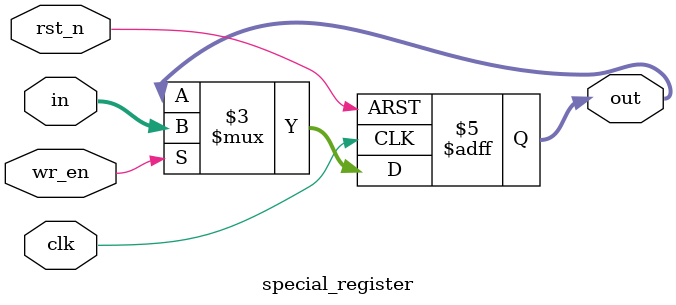
<source format=v>
`timescale 1ns / 1ps 
module special_register (
	input wire 		  clk , rst_n , wr_en ,
	input wire [31:0] in ,
	
	output reg [31:0] out 
	);

always @(posedge clk or negedge rst_n) begin
	if (!rst_n) begin
		out <= 32'd0 ;
	end
	else begin
		if(wr_en) out <= in ;
	end
end

endmodule 
</source>
